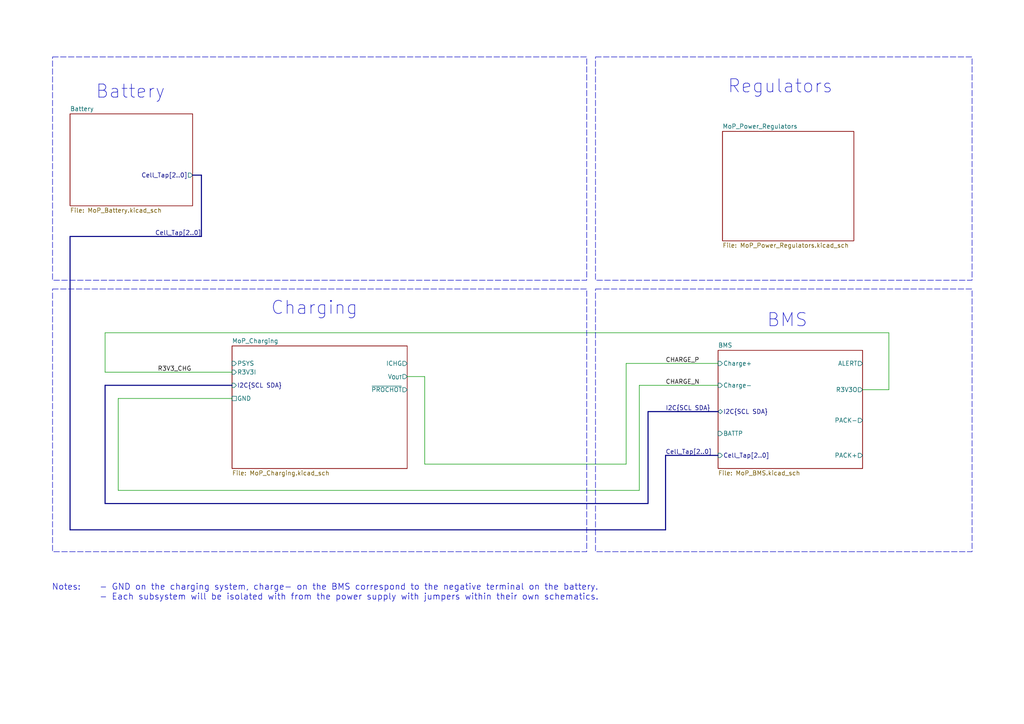
<source format=kicad_sch>
(kicad_sch
	(version 20231120)
	(generator "eeschema")
	(generator_version "8.0")
	(uuid "96b1d625-837b-4170-965e-4d25c7aa0891")
	(paper "A4")
	(title_block
		(title "MoP - Power System")
		(rev "4")
		(company "ESE - Consestoga")
	)
	(lib_symbols)
	(bus
		(pts
			(xy 20.32 153.67) (xy 193.04 153.67)
		)
		(stroke
			(width 0)
			(type default)
		)
		(uuid "19c67de5-b0a4-4b54-9ea9-ca9c049a9de2")
	)
	(bus
		(pts
			(xy 30.48 111.76) (xy 67.31 111.76)
		)
		(stroke
			(width 0)
			(type default)
		)
		(uuid "236b8393-063b-4434-8541-a243acb15b56")
	)
	(wire
		(pts
			(xy 185.42 142.24) (xy 185.42 111.76)
		)
		(stroke
			(width 0)
			(type default)
		)
		(uuid "268d5b42-da69-48d5-982f-febe98361ce4")
	)
	(bus
		(pts
			(xy 20.32 68.58) (xy 58.42 68.58)
		)
		(stroke
			(width 0)
			(type default)
		)
		(uuid "38ae96d5-3353-44ca-b910-e4074458840d")
	)
	(wire
		(pts
			(xy 250.19 113.03) (xy 257.81 113.03)
		)
		(stroke
			(width 0)
			(type default)
		)
		(uuid "399a2559-b1f0-43c4-a17a-c498ef8377db")
	)
	(bus
		(pts
			(xy 30.48 146.05) (xy 30.48 111.76)
		)
		(stroke
			(width 0)
			(type default)
		)
		(uuid "3c62c6e1-72dd-451a-9fce-1f5f176484ea")
	)
	(wire
		(pts
			(xy 257.81 113.03) (xy 257.81 96.52)
		)
		(stroke
			(width 0)
			(type default)
		)
		(uuid "3e68379e-1373-4f7e-9ef5-210e268c01ed")
	)
	(bus
		(pts
			(xy 55.88 50.8) (xy 58.42 50.8)
		)
		(stroke
			(width 0)
			(type default)
		)
		(uuid "41e7531f-e757-4721-b1da-658747e65944")
	)
	(bus
		(pts
			(xy 187.96 146.05) (xy 30.48 146.05)
		)
		(stroke
			(width 0)
			(type default)
		)
		(uuid "5822d049-d13b-493a-928c-b7e9445331db")
	)
	(wire
		(pts
			(xy 34.29 115.57) (xy 34.29 142.24)
		)
		(stroke
			(width 0)
			(type default)
		)
		(uuid "60fc9fa3-5cf4-4274-a554-3dc99bec227e")
	)
	(wire
		(pts
			(xy 181.61 134.62) (xy 181.61 105.41)
		)
		(stroke
			(width 0)
			(type default)
		)
		(uuid "6138f913-87db-4b02-b387-37664c1f6379")
	)
	(wire
		(pts
			(xy 67.31 115.57) (xy 34.29 115.57)
		)
		(stroke
			(width 0)
			(type default)
		)
		(uuid "64e39c45-2b8f-4c7d-80ff-669a10db6e27")
	)
	(wire
		(pts
			(xy 123.19 109.22) (xy 123.19 134.62)
		)
		(stroke
			(width 0)
			(type default)
		)
		(uuid "722739df-6f1f-4a8e-aaa1-12c64b527d19")
	)
	(bus
		(pts
			(xy 187.96 146.05) (xy 187.96 119.38)
		)
		(stroke
			(width 0)
			(type default)
		)
		(uuid "756c6355-ffd3-46fd-973f-553e5994a6c2")
	)
	(bus
		(pts
			(xy 187.96 119.38) (xy 208.28 119.38)
		)
		(stroke
			(width 0)
			(type default)
		)
		(uuid "75895697-3e32-469e-b628-6271b4546e28")
	)
	(wire
		(pts
			(xy 30.48 107.95) (xy 67.31 107.95)
		)
		(stroke
			(width 0)
			(type default)
		)
		(uuid "76014bed-214f-4e73-89bc-d5c8a64221ce")
	)
	(wire
		(pts
			(xy 118.11 109.22) (xy 123.19 109.22)
		)
		(stroke
			(width 0)
			(type default)
		)
		(uuid "7c71152f-a043-4124-8992-e67740694993")
	)
	(bus
		(pts
			(xy 20.32 68.58) (xy 20.32 153.67)
		)
		(stroke
			(width 0)
			(type default)
		)
		(uuid "85d95e2f-ee01-40a8-90d2-d33b55409b2c")
	)
	(wire
		(pts
			(xy 30.48 96.52) (xy 30.48 107.95)
		)
		(stroke
			(width 0)
			(type default)
		)
		(uuid "973cfae4-8014-4526-b6a0-58c57b769761")
	)
	(wire
		(pts
			(xy 181.61 105.41) (xy 208.28 105.41)
		)
		(stroke
			(width 0)
			(type default)
		)
		(uuid "a9de6100-020b-4968-925b-a15624107e0f")
	)
	(bus
		(pts
			(xy 58.42 50.8) (xy 58.42 68.58)
		)
		(stroke
			(width 0)
			(type default)
		)
		(uuid "b55a914f-fa33-44f5-9794-780f27197681")
	)
	(bus
		(pts
			(xy 193.04 153.67) (xy 193.04 132.08)
		)
		(stroke
			(width 0)
			(type default)
		)
		(uuid "befd48d2-9bfb-4228-a9ba-9920e6c5b16b")
	)
	(wire
		(pts
			(xy 185.42 111.76) (xy 208.28 111.76)
		)
		(stroke
			(width 0)
			(type default)
		)
		(uuid "c541d0de-44ea-4041-b57e-ed2e9618373d")
	)
	(bus
		(pts
			(xy 193.04 132.08) (xy 208.28 132.08)
		)
		(stroke
			(width 0)
			(type default)
		)
		(uuid "d12f9434-3a86-4b48-b531-9843aa67f7e5")
	)
	(wire
		(pts
			(xy 34.29 142.24) (xy 185.42 142.24)
		)
		(stroke
			(width 0)
			(type default)
		)
		(uuid "dccb8406-ca87-4bd7-b1d5-9c3850824d85")
	)
	(wire
		(pts
			(xy 123.19 134.62) (xy 181.61 134.62)
		)
		(stroke
			(width 0)
			(type default)
		)
		(uuid "eb80fed5-aa64-4c87-a55d-49d20322122c")
	)
	(wire
		(pts
			(xy 257.81 96.52) (xy 30.48 96.52)
		)
		(stroke
			(width 0)
			(type default)
		)
		(uuid "ec3dc71f-b23d-43c0-81b7-d00d41d037e6")
	)
	(rectangle
		(start 15.24 16.51)
		(end 170.18 81.28)
		(stroke
			(width 0)
			(type dash)
		)
		(fill
			(type none)
		)
		(uuid 1f23d2f8-f8a7-4f88-92f2-76ea8f9b3880)
	)
	(rectangle
		(start 172.72 16.51)
		(end 281.94 81.28)
		(stroke
			(width 0)
			(type dash)
		)
		(fill
			(type none)
		)
		(uuid 5d742086-1ce7-405b-b46f-3ecb2d8b0499)
	)
	(rectangle
		(start 172.72 83.82)
		(end 281.94 160.02)
		(stroke
			(width 0)
			(type dash)
		)
		(fill
			(type none)
		)
		(uuid 87d020fb-6afc-431f-b561-2b8fc85d9048)
	)
	(rectangle
		(start 15.24 83.82)
		(end 170.18 160.02)
		(stroke
			(width 0)
			(type dash)
		)
		(fill
			(type none)
		)
		(uuid c06e76bc-1aba-41f5-9456-5ee601891e29)
	)
	(text "Battery"
		(exclude_from_sim no)
		(at 37.846 26.67 0)
		(effects
			(font
				(size 3.81 3.81)
			)
		)
		(uuid "3c3db036-7d86-4292-9b1b-a6e8b67e3e34")
	)
	(text "Regulators"
		(exclude_from_sim no)
		(at 226.314 25.146 0)
		(effects
			(font
				(size 3.81 3.81)
			)
		)
		(uuid "54cd7943-64a9-4471-a4b9-3eb2e6443ed5")
	)
	(text "BMS"
		(exclude_from_sim no)
		(at 228.346 92.964 0)
		(effects
			(font
				(size 3.81 3.81)
			)
		)
		(uuid "5a827e05-b6da-4a12-ad41-0ba367180381")
	)
	(text "Notes: 	- GND on the charging system, charge- on the BMS correspond to the negative terminal on the battery.\n		- Each subsystem will be isolated with from the power supply with jumpers within their own schematics.\n			"
		(exclude_from_sim no)
		(at 14.986 173.228 0)
		(effects
			(font
				(size 1.778 1.778)
			)
			(justify left)
		)
		(uuid "796f59e3-bcae-48b3-8a6d-85c44deafda1")
	)
	(text "Charging"
		(exclude_from_sim no)
		(at 91.186 89.408 0)
		(effects
			(font
				(size 3.81 3.81)
			)
		)
		(uuid "c7871679-bfa9-448a-92ae-afa3672035c8")
	)
	(label "I2C{SCL SDA}"
		(at 193.04 119.38 0)
		(fields_autoplaced yes)
		(effects
			(font
				(size 1.27 1.27)
			)
			(justify left bottom)
		)
		(uuid "3ec9a66d-591c-4ed0-acdb-5b6488a1a6cc")
	)
	(label "Cell_Tap[2..0]"
		(at 58.42 68.58 180)
		(fields_autoplaced yes)
		(effects
			(font
				(size 1.27 1.27)
			)
			(justify right bottom)
		)
		(uuid "8111388f-ffac-4701-a344-7ba1c5a67ffc")
	)
	(label "Cell_Tap[2..0]"
		(at 193.04 132.08 0)
		(fields_autoplaced yes)
		(effects
			(font
				(size 1.27 1.27)
			)
			(justify left bottom)
		)
		(uuid "83d97c80-625c-4cea-a5a5-656084a48599")
	)
	(label "CHARGE_N"
		(at 193.04 111.76 0)
		(fields_autoplaced yes)
		(effects
			(font
				(size 1.27 1.27)
			)
			(justify left bottom)
		)
		(uuid "ae809c40-5f19-4551-80f6-cc14d7dd67cb")
	)
	(label "R3V3_CHG"
		(at 45.72 107.95 0)
		(fields_autoplaced yes)
		(effects
			(font
				(size 1.27 1.27)
			)
			(justify left bottom)
		)
		(uuid "c48f267b-086d-42b8-9035-74316da2d70e")
	)
	(label "CHARGE_P"
		(at 193.04 105.41 0)
		(fields_autoplaced yes)
		(effects
			(font
				(size 1.27 1.27)
			)
			(justify left bottom)
		)
		(uuid "ec6341bd-a121-4ef9-ba7d-23973f60db7b")
	)
	(sheet
		(at 208.28 101.6)
		(size 41.91 34.29)
		(fields_autoplaced yes)
		(stroke
			(width 0.1524)
			(type solid)
		)
		(fill
			(color 0 0 0 0.0000)
		)
		(uuid "32b67718-766c-4f22-bad6-bf99450d0210")
		(property "Sheetname" "BMS"
			(at 208.28 100.8884 0)
			(effects
				(font
					(size 1.27 1.27)
				)
				(justify left bottom)
			)
		)
		(property "Sheetfile" "MoP_BMS.kicad_sch"
			(at 208.28 136.4746 0)
			(effects
				(font
					(size 1.27 1.27)
				)
				(justify left top)
			)
		)
		(pin "Cell_Tap[2..0]" input
			(at 208.28 132.08 180)
			(effects
				(font
					(size 1.27 1.27)
				)
				(justify left)
			)
			(uuid "23bdef65-a086-449c-9d27-72678f628523")
		)
		(pin "BATTP" input
			(at 208.28 125.73 180)
			(effects
				(font
					(size 1.27 1.27)
				)
				(justify left)
			)
			(uuid "b0520a1e-2e89-4fcb-8cde-bec69b534ec6")
		)
		(pin "ALERT" output
			(at 250.19 105.41 0)
			(effects
				(font
					(size 1.27 1.27)
				)
				(justify right)
			)
			(uuid "f45a6429-324a-457d-a7d9-e7eb49a842e9")
		)
		(pin "I2C{SCL SDA}" bidirectional
			(at 208.28 119.38 180)
			(effects
				(font
					(size 1.27 1.27)
				)
				(justify left)
			)
			(uuid "c747648f-cf71-405f-8e6f-46ca7d0c61d0")
		)
		(pin "R3V3O" output
			(at 250.19 113.03 0)
			(effects
				(font
					(size 1.27 1.27)
				)
				(justify right)
			)
			(uuid "d811b612-2f5c-429e-abbd-fc01e4ab93d8")
		)
		(pin "PACK-" output
			(at 250.19 121.92 0)
			(effects
				(font
					(size 1.27 1.27)
				)
				(justify right)
			)
			(uuid "5e53df25-fe99-43ec-993c-72a4ccf6bc4c")
		)
		(pin "PACK+" output
			(at 250.19 132.08 0)
			(effects
				(font
					(size 1.27 1.27)
				)
				(justify right)
			)
			(uuid "e66985df-0996-44fa-9b68-bcf5b940a2a1")
		)
		(pin "Charge-" input
			(at 208.28 111.76 180)
			(effects
				(font
					(size 1.27 1.27)
				)
				(justify left)
			)
			(uuid "9256897b-7b34-4e1b-bf98-d6b1c8c702d4")
		)
		(pin "Charge+" input
			(at 208.28 105.41 180)
			(effects
				(font
					(size 1.27 1.27)
				)
				(justify left)
			)
			(uuid "48e81427-1fbc-42e1-948f-352512f67dd8")
		)
		(instances
			(project "MoP"
				(path "/4d76798e-9a11-4d8d-a723-72f274a89091/4d057ef5-80c0-465a-b107-65508e007bbf"
					(page "10")
				)
			)
		)
	)
	(sheet
		(at 209.55 38.1)
		(size 38.1 31.75)
		(fields_autoplaced yes)
		(stroke
			(width 0.1524)
			(type solid)
		)
		(fill
			(color 0 0 0 0.0000)
		)
		(uuid "470fbc69-c681-42cb-a92a-137e298f26aa")
		(property "Sheetname" "MoP_Power_Regulators"
			(at 209.55 37.3884 0)
			(effects
				(font
					(size 1.27 1.27)
				)
				(justify left bottom)
			)
		)
		(property "Sheetfile" "MoP_Power_Regulators.kicad_sch"
			(at 209.55 70.4346 0)
			(effects
				(font
					(size 1.27 1.27)
				)
				(justify left top)
			)
		)
		(property "Field2" ""
			(at 209.55 38.1 0)
			(effects
				(font
					(size 1.27 1.27)
				)
				(hide yes)
			)
		)
		(property "Field3" ""
			(at 209.55 38.1 0)
			(effects
				(font
					(size 1.27 1.27)
				)
				(hide yes)
			)
		)
		(property "Field4" ""
			(at 209.55 38.1 0)
			(effects
				(font
					(size 1.27 1.27)
				)
				(hide yes)
			)
		)
		(instances
			(project "MoP"
				(path "/4d76798e-9a11-4d8d-a723-72f274a89091/4d057ef5-80c0-465a-b107-65508e007bbf"
					(page "14")
				)
			)
		)
	)
	(sheet
		(at 20.32 33.02)
		(size 35.56 26.67)
		(fields_autoplaced yes)
		(stroke
			(width 0.1524)
			(type solid)
		)
		(fill
			(color 0 0 0 0.0000)
		)
		(uuid "821639c2-0ed4-4535-884b-487fd43d8ed6")
		(property "Sheetname" "Battery"
			(at 20.32 32.3084 0)
			(effects
				(font
					(size 1.27 1.27)
				)
				(justify left bottom)
			)
		)
		(property "Sheetfile" "MoP_Battery.kicad_sch"
			(at 20.32 60.2746 0)
			(effects
				(font
					(size 1.27 1.27)
				)
				(justify left top)
			)
		)
		(pin "Cell_Tap[2..0]" output
			(at 55.88 50.8 0)
			(effects
				(font
					(size 1.27 1.27)
				)
				(justify right)
			)
			(uuid "583b2afb-5d34-476f-ac74-a812f4eedc9f")
		)
		(instances
			(project "MoP"
				(path "/4d76798e-9a11-4d8d-a723-72f274a89091/4d057ef5-80c0-465a-b107-65508e007bbf"
					(page "11")
				)
			)
		)
	)
	(sheet
		(at 67.31 100.33)
		(size 50.8 35.56)
		(fields_autoplaced yes)
		(stroke
			(width 0.1524)
			(type solid)
		)
		(fill
			(color 0 0 0 0.0000)
		)
		(uuid "e5907f32-472c-4482-9109-9908b225fa99")
		(property "Sheetname" "MoP_Charging"
			(at 67.31 99.6184 0)
			(effects
				(font
					(size 1.27 1.27)
				)
				(justify left bottom)
			)
		)
		(property "Sheetfile" "MoP_Charging.kicad_sch"
			(at 67.31 136.4746 0)
			(effects
				(font
					(size 1.27 1.27)
				)
				(justify left top)
			)
		)
		(pin "PSYS" input
			(at 67.31 105.41 180)
			(effects
				(font
					(size 1.27 1.27)
				)
				(justify left)
			)
			(uuid "0639c812-b16e-43ad-b115-fbe575c7c6ea")
		)
		(pin "ICHG" output
			(at 118.11 105.41 0)
			(effects
				(font
					(size 1.27 1.27)
				)
				(justify right)
			)
			(uuid "65480403-e635-485f-9292-c8618ca04378")
		)
		(pin "V_{OUT}" output
			(at 118.11 109.22 0)
			(effects
				(font
					(size 1.27 1.27)
				)
				(justify right)
			)
			(uuid "507443dd-5d50-40df-a542-2750bfda7dd0")
		)
		(pin "~{PROCHOT}" output
			(at 118.11 113.03 0)
			(effects
				(font
					(size 1.27 1.27)
				)
				(justify right)
			)
			(uuid "70d854c7-f6fc-4e76-a06a-51e162035611")
		)
		(pin "R3V3I" input
			(at 67.31 107.95 180)
			(effects
				(font
					(size 1.27 1.27)
				)
				(justify left)
			)
			(uuid "88ba5587-960c-4568-97fa-2638dc9d5520")
		)
		(pin "GND" passive
			(at 67.31 115.57 180)
			(effects
				(font
					(size 1.27 1.27)
				)
				(justify left)
			)
			(uuid "8b8cd6d8-fa35-48c4-84ef-b5366dd0dea1")
		)
		(pin "I2C{SCL SDA}" input
			(at 67.31 111.76 180)
			(effects
				(font
					(size 1.27 1.27)
				)
				(justify left)
			)
			(uuid "d967401d-44d4-4f6e-863a-2bf4eee7d9db")
		)
		(instances
			(project "MoP"
				(path "/4d76798e-9a11-4d8d-a723-72f274a89091/4d057ef5-80c0-465a-b107-65508e007bbf"
					(page "12")
				)
			)
		)
	)
)

</source>
